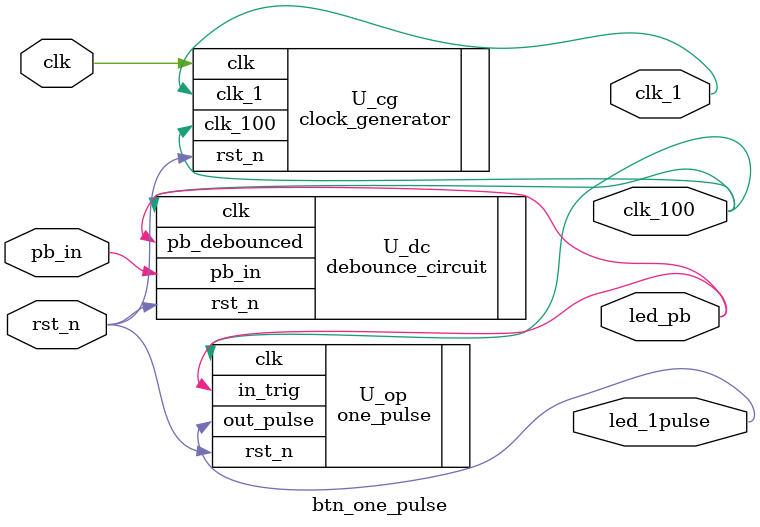
<source format=v>
`timescale 1ns / 1ps
module btn_one_pulse(
  clk, // Clock from crystal
  rst_n, //active low reset
  pb_in, //push button input
  led_pb, // LED display output (push button)
  led_1pulse, // LED display output (1 pulse)
  clk_1,
  clk_100
);

// Declare I/Os
input clk; // Clock from crystal
input rst_n; //active low reset
input pb_in; //push button input
output led_pb; // LED display output (push button)
output led_1pulse; // LED display output (1 pulse)
output clk_1;
output clk_100;
// Declare internal nodes
wire pb_debounced; // push button debounced output
wire clk_100;
// Clock generator module
clock_generator U_cg(
  .clk(clk), // clock from crystal
  .rst_n(rst_n), // active low reset
  .clk_1(clk_1), // generated 1 Hz clock
  .clk_100(clk_100) // generated 100 Hz clock
);

// debounce circuit
debounce_circuit U_dc(
  .clk(clk_100), // clock control
  .rst_n(rst_n), // reset
  .pb_in(pb_in), //push button input
  .pb_debounced(led_pb) // debounced push button output
);

// 1 pulse generation circuit
one_pulse U_op(
  .clk(clk_100),  // clock input
  .rst_n(rst_n), //active low reset
  .in_trig(led_pb), // input trigger
  .out_pulse(led_1pulse) // output one pulse 
);

endmodule

</source>
